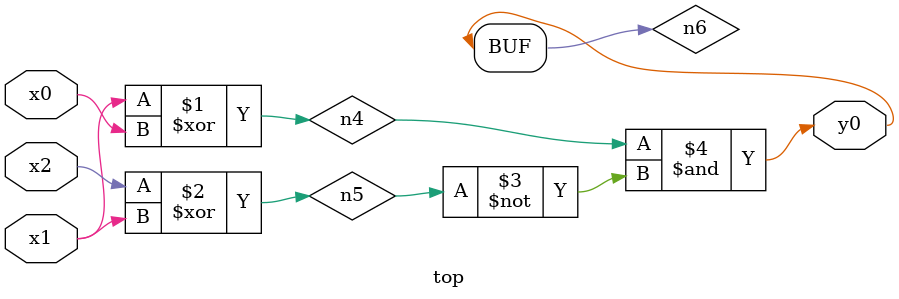
<source format=v>
module top( x0 , x1 , x2 , y0 );
  input x0 , x1 , x2 ;
  output y0 ;
  wire n4 , n5 , n6 ;
  assign n4 = x1 ^ x0 ;
  assign n5 = x2 ^ x1 ;
  assign n6 = n4 & ~n5 ;
  assign y0 = n6 ;
endmodule

</source>
